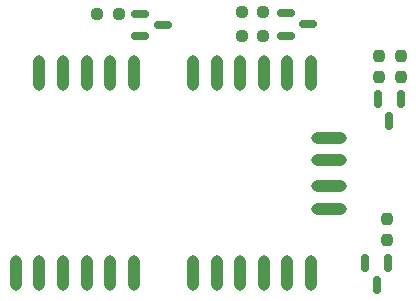
<source format=gbr>
%TF.GenerationSoftware,KiCad,Pcbnew,7.0.10*%
%TF.CreationDate,2024-04-14T19:08:20+02:00*%
%TF.ProjectId,DIC_Addon,4449435f-4164-4646-9f6e-2e6b69636164,rev?*%
%TF.SameCoordinates,Original*%
%TF.FileFunction,Paste,Top*%
%TF.FilePolarity,Positive*%
%FSLAX46Y46*%
G04 Gerber Fmt 4.6, Leading zero omitted, Abs format (unit mm)*
G04 Created by KiCad (PCBNEW 7.0.10) date 2024-04-14 19:08:20*
%MOMM*%
%LPD*%
G01*
G04 APERTURE LIST*
G04 Aperture macros list*
%AMRoundRect*
0 Rectangle with rounded corners*
0 $1 Rounding radius*
0 $2 $3 $4 $5 $6 $7 $8 $9 X,Y pos of 4 corners*
0 Add a 4 corners polygon primitive as box body*
4,1,4,$2,$3,$4,$5,$6,$7,$8,$9,$2,$3,0*
0 Add four circle primitives for the rounded corners*
1,1,$1+$1,$2,$3*
1,1,$1+$1,$4,$5*
1,1,$1+$1,$6,$7*
1,1,$1+$1,$8,$9*
0 Add four rect primitives between the rounded corners*
20,1,$1+$1,$2,$3,$4,$5,0*
20,1,$1+$1,$4,$5,$6,$7,0*
20,1,$1+$1,$6,$7,$8,$9,0*
20,1,$1+$1,$8,$9,$2,$3,0*%
G04 Aperture macros list end*
%ADD10RoundRect,0.237500X0.237500X-0.250000X0.237500X0.250000X-0.237500X0.250000X-0.237500X-0.250000X0*%
%ADD11RoundRect,0.150000X-0.587500X-0.150000X0.587500X-0.150000X0.587500X0.150000X-0.587500X0.150000X0*%
%ADD12RoundRect,0.150000X-0.150000X0.587500X-0.150000X-0.587500X0.150000X-0.587500X0.150000X0.587500X0*%
%ADD13O,1.000000X3.000000*%
%ADD14O,3.000000X1.000000*%
%ADD15RoundRect,0.237500X-0.250000X-0.237500X0.250000X-0.237500X0.250000X0.237500X-0.250000X0.237500X0*%
%ADD16RoundRect,0.237500X0.250000X0.237500X-0.250000X0.237500X-0.250000X-0.237500X0.250000X-0.237500X0*%
%ADD17RoundRect,0.237500X-0.237500X0.250000X-0.237500X-0.250000X0.237500X-0.250000X0.237500X0.250000X0*%
G04 APERTURE END LIST*
D10*
%TO.C,R27*%
X63500000Y-20089500D03*
X63500000Y-18264500D03*
%TD*%
D11*
%TO.C,Q10*%
X55626000Y-14671000D03*
X55626000Y-16571000D03*
X57501000Y-15621000D03*
%TD*%
%TO.C,Q9*%
X43307000Y-14737000D03*
X43307000Y-16637000D03*
X45182000Y-15687000D03*
%TD*%
D12*
%TO.C,Q12*%
X64257000Y-35814000D03*
X62357000Y-35814000D03*
X63307000Y-37689000D03*
%TD*%
D13*
%TO.C,U1*%
X32752000Y-36703000D03*
X34752000Y-36703000D03*
X36752000Y-36703000D03*
X38752000Y-36703000D03*
X40752000Y-36703000D03*
X42752000Y-36703000D03*
X47752000Y-36703000D03*
X49752000Y-36703000D03*
X51752000Y-36703000D03*
X53752000Y-36703000D03*
X55752000Y-36703000D03*
X57752000Y-36703000D03*
X57752000Y-19703000D03*
X55752000Y-19703000D03*
X53752000Y-19703000D03*
X51752000Y-19703000D03*
X49752000Y-19703000D03*
X47752000Y-19703000D03*
X42752000Y-19703000D03*
X40752000Y-19703000D03*
X38752000Y-19703000D03*
X36752000Y-19703000D03*
X34752000Y-19703000D03*
D14*
X59252000Y-31203000D03*
X59252000Y-29303000D03*
X59252000Y-27103000D03*
X59252000Y-25203000D03*
%TD*%
D15*
%TO.C,R24*%
X51864500Y-14605000D03*
X53689500Y-14605000D03*
%TD*%
D16*
%TO.C,R26*%
X53689500Y-16637000D03*
X51864500Y-16637000D03*
%TD*%
D12*
%TO.C,Q11*%
X65339000Y-21922500D03*
X63439000Y-21922500D03*
X64389000Y-23797500D03*
%TD*%
D17*
%TO.C,R25*%
X65359000Y-18264500D03*
X65359000Y-20089500D03*
%TD*%
%TO.C,R28*%
X64181000Y-32073000D03*
X64181000Y-33898000D03*
%TD*%
D15*
%TO.C,R23*%
X39624000Y-14737000D03*
X41449000Y-14737000D03*
%TD*%
M02*

</source>
